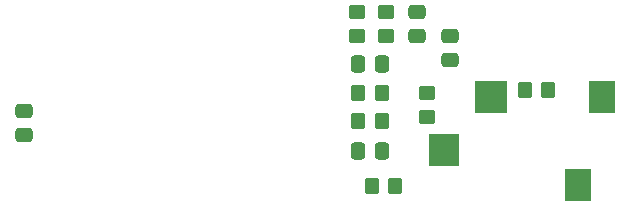
<source format=gtp>
%TF.GenerationSoftware,KiCad,Pcbnew,(6.0.6)*%
%TF.CreationDate,2022-06-26T20:30:04-07:00*%
%TF.ProjectId,led_controller-rounded,6c65645f-636f-46e7-9472-6f6c6c65722d,rev?*%
%TF.SameCoordinates,Original*%
%TF.FileFunction,Paste,Top*%
%TF.FilePolarity,Positive*%
%FSLAX46Y46*%
G04 Gerber Fmt 4.6, Leading zero omitted, Abs format (unit mm)*
G04 Created by KiCad (PCBNEW (6.0.6)) date 2022-06-26 20:30:04*
%MOMM*%
%LPD*%
G01*
G04 APERTURE LIST*
G04 Aperture macros list*
%AMRoundRect*
0 Rectangle with rounded corners*
0 $1 Rounding radius*
0 $2 $3 $4 $5 $6 $7 $8 $9 X,Y pos of 4 corners*
0 Add a 4 corners polygon primitive as box body*
4,1,4,$2,$3,$4,$5,$6,$7,$8,$9,$2,$3,0*
0 Add four circle primitives for the rounded corners*
1,1,$1+$1,$2,$3*
1,1,$1+$1,$4,$5*
1,1,$1+$1,$6,$7*
1,1,$1+$1,$8,$9*
0 Add four rect primitives between the rounded corners*
20,1,$1+$1,$2,$3,$4,$5,0*
20,1,$1+$1,$4,$5,$6,$7,0*
20,1,$1+$1,$6,$7,$8,$9,0*
20,1,$1+$1,$8,$9,$2,$3,0*%
G04 Aperture macros list end*
%ADD10RoundRect,0.250000X0.450000X-0.350000X0.450000X0.350000X-0.450000X0.350000X-0.450000X-0.350000X0*%
%ADD11RoundRect,0.250000X-0.350000X-0.450000X0.350000X-0.450000X0.350000X0.450000X-0.350000X0.450000X0*%
%ADD12RoundRect,0.250000X0.475000X-0.337500X0.475000X0.337500X-0.475000X0.337500X-0.475000X-0.337500X0*%
%ADD13RoundRect,0.250000X0.350000X0.450000X-0.350000X0.450000X-0.350000X-0.450000X0.350000X-0.450000X0*%
%ADD14RoundRect,0.250000X-0.337500X-0.475000X0.337500X-0.475000X0.337500X0.475000X-0.337500X0.475000X0*%
%ADD15RoundRect,0.250000X-0.450000X0.350000X-0.450000X-0.350000X0.450000X-0.350000X0.450000X0.350000X0*%
%ADD16RoundRect,0.250000X-0.475000X0.337500X-0.475000X-0.337500X0.475000X-0.337500X0.475000X0.337500X0*%
%ADD17R,2.200000X2.800000*%
%ADD18R,2.800000X2.800000*%
%ADD19R,2.600000X2.800000*%
G04 APERTURE END LIST*
D10*
X161394500Y-116062000D03*
X161394500Y-114062000D03*
D11*
X169688000Y-113792000D03*
X171688000Y-113792000D03*
D12*
X127254000Y-117623500D03*
X127254000Y-115548500D03*
D13*
X157568500Y-114046000D03*
X155568500Y-114046000D03*
D14*
X155531000Y-111618000D03*
X157606000Y-111618000D03*
D15*
X155448000Y-107204000D03*
X155448000Y-109204000D03*
D14*
X155531000Y-118984000D03*
X157606000Y-118984000D03*
D12*
X160528000Y-109241500D03*
X160528000Y-107166500D03*
D16*
X163322000Y-109198500D03*
X163322000Y-111273500D03*
D11*
X155568500Y-116444000D03*
X157568500Y-116444000D03*
D13*
X158734000Y-121920000D03*
X156734000Y-121920000D03*
D17*
X176212500Y-114410000D03*
D18*
X166812500Y-114410000D03*
D17*
X174212500Y-121810000D03*
D19*
X162812500Y-118860000D03*
D10*
X157973000Y-109204000D03*
X157973000Y-107204000D03*
M02*

</source>
